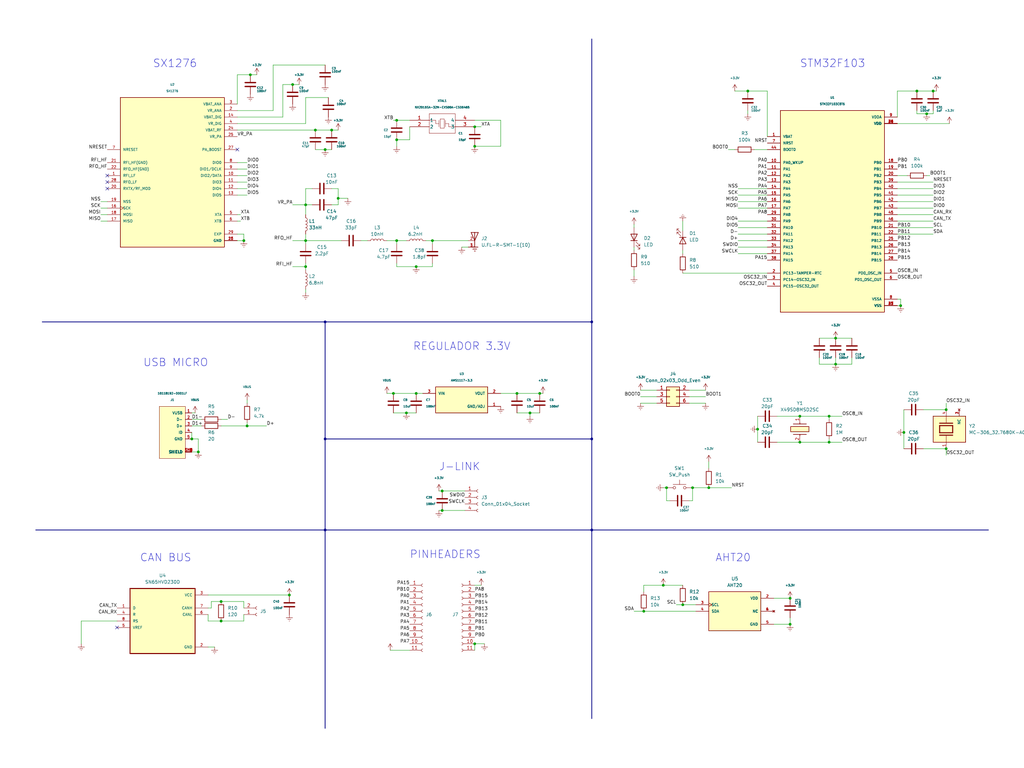
<source format=kicad_sch>
(kicad_sch (version 20230121) (generator eeschema)
  (paper "User" 399.999 299.999)
  (junction (at 364.49 35.56))
  (junction (at 86.36 234.95))
  (junction (at 123.19 50.8))
  (junction (at 158.75 161.29))
  (junction (at 162.56 104.14))
  (junction (at 97.79 29.21))
  (junction (at 132.08 77.47))
  (junction (at 210.82 153.67))
  (junction (at 369.57 160.02))
  (junction (at 172.72 191.77))
  (junction (at 162.56 153.67))
  (junction (at 369.57 175.26))
  (junction (at 292.1 35.56))
  (junction (at 153.67 153.67))
  (junction (at 127 58.42))
  (junction (at 201.93 153.67))
  (junction (at 119.38 104.14))
  (junction (at 231.14 207.01))
  (junction (at 185.42 57.15))
  (junction (at 114.3 33.02))
  (junction (at 276.86 190.5))
  (junction (at 172.72 199.39))
  (junction (at 119.38 93.98))
  (junction (at 77.47 176.53))
  (junction (at 127 207.01))
  (junction (at 358.14 35.56))
  (junction (at 96.52 166.37))
  (junction (at 154.94 54.61))
  (junction (at 231.14 125.73))
  (junction (at 361.95 44.45))
  (junction (at 127 125.73))
  (junction (at 351.79 119.38))
  (junction (at 295.91 167.64))
  (junction (at 259.08 228.6))
  (junction (at 312.42 162.56))
  (junction (at 353.06 168.91))
  (junction (at 119.38 80.01))
  (junction (at 168.91 93.98))
  (junction (at 326.39 132.08))
  (junction (at 312.42 172.72))
  (junction (at 129.54 50.8))
  (junction (at 86.36 242.57))
  (junction (at 74.93 171.45))
  (junction (at 266.7 236.22))
  (junction (at 154.94 93.98))
  (junction (at 207.01 161.29))
  (junction (at 323.85 162.56))
  (junction (at 95.25 93.98))
  (junction (at 185.42 49.53))
  (junction (at 185.42 251.46))
  (junction (at 323.85 172.72))
  (junction (at 113.03 232.41))
  (junction (at 260.35 190.5))
  (junction (at 308.61 233.68))
  (junction (at 251.46 238.76))
  (junction (at 308.61 243.84))
  (junction (at 127 171.45))
  (junction (at 326.39 142.24))
  (junction (at 270.51 190.5))
  (junction (at 154.94 46.99))
  (junction (at 231.14 171.45))
  (no_connect (at 92.71 58.42))
  (no_connect (at 45.72 245.11))
  (no_connect (at 41.91 68.58))
  (no_connect (at 41.91 73.66))
  (no_connect (at 41.91 71.12))
  (wire (pts (xy 332.74 139.7) (xy 332.74 142.24)))
  (wire (pts (xy 369.57 157.48) (xy 369.57 160.02)))
  (wire (pts (xy 185.42 251.46) (xy 189.23 251.46)))
  (wire (pts (xy 266.7 236.22) (xy 271.78 236.22)))
  (wire (pts (xy 260.35 190.5) (xy 260.35 195.58)))
  (bus (pts (xy 16.51 125.73) (xy 127 125.73)))
  (wire (pts (xy 132.08 73.66) (xy 132.08 77.47)))
  (wire (pts (xy 264.16 236.22) (xy 266.7 236.22)))
  (wire (pts (xy 132.08 77.47) (xy 135.89 77.47)))
  (wire (pts (xy 92.71 50.8) (xy 123.19 50.8)))
  (wire (pts (xy 74.93 166.37) (xy 78.74 166.37)))
  (wire (pts (xy 96.52 165.1) (xy 96.52 166.37)))
  (wire (pts (xy 288.29 81.28) (xy 299.72 81.28)))
  (wire (pts (xy 154.94 93.98) (xy 154.94 95.25)))
  (wire (pts (xy 276.86 180.34) (xy 276.86 182.88)))
  (wire (pts (xy 358.14 35.56) (xy 364.49 35.56)))
  (wire (pts (xy 288.29 88.9) (xy 299.72 88.9)))
  (wire (pts (xy 154.94 46.99) (xy 160.02 46.99)))
  (wire (pts (xy 74.93 176.53) (xy 77.47 176.53)))
  (wire (pts (xy 81.28 252.73) (xy 83.82 252.73)))
  (wire (pts (xy 303.53 162.56) (xy 312.42 162.56)))
  (wire (pts (xy 123.19 58.42) (xy 127 58.42)))
  (wire (pts (xy 154.94 104.14) (xy 162.56 104.14)))
  (wire (pts (xy 121.92 73.66) (xy 119.38 73.66)))
  (wire (pts (xy 110.49 33.02) (xy 110.49 45.72)))
  (wire (pts (xy 358.14 43.18) (xy 358.14 44.45)))
  (wire (pts (xy 92.71 68.58) (xy 96.52 68.58)))
  (wire (pts (xy 152.4 254) (xy 160.02 254)))
  (wire (pts (xy 119.38 73.66) (xy 119.38 80.01)))
  (bus (pts (xy 127 207.01) (xy 127 284.48)))
  (wire (pts (xy 119.38 93.98) (xy 133.35 93.98)))
  (wire (pts (xy 251.46 238.76) (xy 271.78 238.76)))
  (wire (pts (xy 250.19 157.48) (xy 256.54 157.48)))
  (wire (pts (xy 74.93 163.83) (xy 78.74 163.83)))
  (wire (pts (xy 276.86 190.5) (xy 285.75 190.5)))
  (wire (pts (xy 95.25 242.57) (xy 86.36 242.57)))
  (wire (pts (xy 95.25 91.44) (xy 95.25 93.98)))
  (bus (pts (xy 127 207.01) (xy 13.97 207.01)))
  (wire (pts (xy 81.28 232.41) (xy 113.03 232.41)))
  (wire (pts (xy 288.29 73.66) (xy 299.72 73.66)))
  (wire (pts (xy 39.37 81.28) (xy 41.91 81.28)))
  (wire (pts (xy 92.71 86.36) (xy 93.98 86.36)))
  (wire (pts (xy 119.38 113.03) (xy 119.38 114.3)))
  (wire (pts (xy 332.74 142.24) (xy 326.39 142.24)))
  (wire (pts (xy 154.94 54.61) (xy 154.94 57.15)))
  (wire (pts (xy 154.94 102.87) (xy 154.94 104.14)))
  (bus (pts (xy 127 125.73) (xy 231.14 125.73)))
  (wire (pts (xy 92.71 45.72) (xy 110.49 45.72)))
  (wire (pts (xy 288.29 91.44) (xy 299.72 91.44)))
  (wire (pts (xy 185.42 46.99) (xy 195.58 46.99)))
  (wire (pts (xy 350.52 76.2) (xy 364.49 76.2)))
  (wire (pts (xy 350.52 116.84) (xy 351.79 116.84)))
  (wire (pts (xy 320.04 132.08) (xy 326.39 132.08)))
  (wire (pts (xy 270.51 190.5) (xy 276.86 190.5)))
  (wire (pts (xy 119.38 95.25) (xy 119.38 93.98)))
  (wire (pts (xy 92.71 29.21) (xy 97.79 29.21)))
  (wire (pts (xy 303.53 172.72) (xy 312.42 172.72)))
  (wire (pts (xy 360.68 175.26) (xy 369.57 175.26)))
  (wire (pts (xy 288.29 93.98) (xy 299.72 93.98)))
  (wire (pts (xy 168.91 95.25) (xy 168.91 93.98)))
  (wire (pts (xy 288.29 78.74) (xy 299.72 78.74)))
  (wire (pts (xy 266.7 106.68) (xy 299.72 106.68)))
  (wire (pts (xy 180.34 96.52) (xy 182.88 96.52)))
  (wire (pts (xy 323.85 171.45) (xy 323.85 172.72)))
  (wire (pts (xy 259.08 190.5) (xy 260.35 190.5)))
  (wire (pts (xy 350.52 81.28) (xy 364.49 81.28)))
  (wire (pts (xy 288.29 99.06) (xy 299.72 99.06)))
  (wire (pts (xy 326.39 132.08) (xy 332.74 132.08)))
  (wire (pts (xy 363.22 68.58) (xy 361.95 68.58)))
  (wire (pts (xy 207.01 161.29) (xy 207.01 162.56)))
  (wire (pts (xy 299.72 35.56) (xy 292.1 35.56)))
  (wire (pts (xy 195.58 46.99) (xy 195.58 57.15)))
  (wire (pts (xy 187.96 49.53) (xy 185.42 49.53)))
  (wire (pts (xy 106.68 25.4) (xy 106.68 43.18)))
  (wire (pts (xy 185.42 228.6) (xy 187.96 228.6)))
  (wire (pts (xy 82.55 237.49) (xy 82.55 234.95)))
  (bus (pts (xy 127 171.45) (xy 231.14 171.45)))
  (wire (pts (xy 292.1 43.18) (xy 292.1 44.45)))
  (wire (pts (xy 81.28 242.57) (xy 86.36 242.57)))
  (wire (pts (xy 92.71 91.44) (xy 95.25 91.44)))
  (wire (pts (xy 92.71 73.66) (xy 96.52 73.66)))
  (wire (pts (xy 92.71 40.64) (xy 92.71 29.21)))
  (wire (pts (xy 312.42 162.56) (xy 323.85 162.56)))
  (wire (pts (xy 270.51 195.58) (xy 269.24 195.58)))
  (wire (pts (xy 350.52 71.12) (xy 364.49 71.12)))
  (wire (pts (xy 308.61 241.3) (xy 308.61 243.84)))
  (wire (pts (xy 326.39 139.7) (xy 326.39 142.24)))
  (wire (pts (xy 123.19 50.8) (xy 129.54 50.8)))
  (wire (pts (xy 172.72 199.39) (xy 181.61 199.39)))
  (bus (pts (xy 127 125.73) (xy 127 171.45)))
  (wire (pts (xy 284.48 58.42) (xy 287.02 58.42)))
  (wire (pts (xy 116.84 33.02) (xy 114.3 33.02)))
  (wire (pts (xy 119.38 104.14) (xy 114.3 104.14)))
  (wire (pts (xy 110.49 33.02) (xy 114.3 33.02)))
  (wire (pts (xy 74.93 171.45) (xy 77.47 171.45)))
  (wire (pts (xy 294.64 58.42) (xy 299.72 58.42)))
  (wire (pts (xy 92.71 76.2) (xy 96.52 76.2)))
  (wire (pts (xy 95.25 234.95) (xy 86.36 234.95)))
  (wire (pts (xy 86.36 163.83) (xy 88.9 163.83)))
  (wire (pts (xy 168.91 93.98) (xy 182.88 93.98)))
  (wire (pts (xy 351.79 116.84) (xy 351.79 119.38)))
  (wire (pts (xy 350.52 83.82) (xy 364.49 83.82)))
  (wire (pts (xy 247.65 96.52) (xy 247.65 97.79)))
  (wire (pts (xy 328.93 162.56) (xy 323.85 162.56)))
  (wire (pts (xy 82.55 234.95) (xy 86.36 234.95)))
  (bus (pts (xy 231.14 15.24) (xy 231.14 125.73)))
  (wire (pts (xy 96.52 156.21) (xy 96.52 157.48)))
  (wire (pts (xy 39.37 86.36) (xy 41.91 86.36)))
  (wire (pts (xy 119.38 80.01) (xy 121.92 80.01)))
  (wire (pts (xy 269.24 152.4) (xy 275.59 152.4)))
  (wire (pts (xy 323.85 163.83) (xy 323.85 162.56)))
  (wire (pts (xy 295.91 167.64) (xy 295.91 172.72)))
  (wire (pts (xy 154.94 93.98) (xy 158.75 93.98)))
  (wire (pts (xy 266.7 86.36) (xy 266.7 90.17)))
  (wire (pts (xy 353.06 168.91) (xy 353.06 175.26)))
  (wire (pts (xy 350.52 45.72) (xy 350.52 35.56)))
  (wire (pts (xy 81.28 237.49) (xy 82.55 237.49)))
  (wire (pts (xy 119.38 93.98) (xy 119.38 91.44)))
  (wire (pts (xy 74.93 161.29) (xy 76.2 161.29)))
  (wire (pts (xy 247.65 105.41) (xy 247.65 107.95)))
  (wire (pts (xy 39.37 83.82) (xy 41.91 83.82)))
  (wire (pts (xy 299.72 53.34) (xy 299.72 35.56)))
  (wire (pts (xy 259.08 228.6) (xy 266.7 228.6)))
  (wire (pts (xy 77.47 171.45) (xy 77.47 176.53)))
  (wire (pts (xy 171.45 199.39) (xy 172.72 199.39)))
  (wire (pts (xy 81.28 240.03) (xy 81.28 242.57)))
  (wire (pts (xy 288.29 76.2) (xy 299.72 76.2)))
  (wire (pts (xy 127 25.4) (xy 106.68 25.4)))
  (wire (pts (xy 168.91 93.98) (xy 166.37 93.98)))
  (wire (pts (xy 92.71 71.12) (xy 96.52 71.12)))
  (wire (pts (xy 269.24 157.48) (xy 275.59 157.48)))
  (wire (pts (xy 358.14 44.45) (xy 361.95 44.45)))
  (wire (pts (xy 119.38 38.1) (xy 119.38 48.26)))
  (wire (pts (xy 160.02 54.61) (xy 154.94 54.61)))
  (wire (pts (xy 114.3 80.01) (xy 119.38 80.01)))
  (wire (pts (xy 260.35 195.58) (xy 261.62 195.58)))
  (wire (pts (xy 350.52 73.66) (xy 364.49 73.66)))
  (wire (pts (xy 250.19 152.4) (xy 256.54 152.4)))
  (wire (pts (xy 354.33 68.58) (xy 350.52 68.58)))
  (bus (pts (xy 127 171.45) (xy 127 207.01)))
  (wire (pts (xy 350.52 35.56) (xy 358.14 35.56)))
  (wire (pts (xy 162.56 153.67) (xy 165.1 153.67)))
  (bus (pts (xy 231.14 125.73) (xy 231.14 171.45)))
  (wire (pts (xy 269.24 154.94) (xy 275.59 154.94)))
  (wire (pts (xy 266.7 97.79) (xy 266.7 99.06)))
  (wire (pts (xy 95.25 240.03) (xy 95.25 242.57)))
  (wire (pts (xy 153.67 161.29) (xy 158.75 161.29)))
  (wire (pts (xy 369.57 175.26) (xy 369.57 177.8)))
  (wire (pts (xy 31.75 242.57) (xy 31.75 251.46)))
  (wire (pts (xy 92.71 66.04) (xy 96.52 66.04)))
  (wire (pts (xy 31.75 242.57) (xy 45.72 242.57)))
  (wire (pts (xy 201.93 161.29) (xy 207.01 161.29)))
  (wire (pts (xy 350.52 91.44) (xy 364.49 91.44)))
  (wire (pts (xy 168.91 104.14) (xy 168.91 102.87)))
  (wire (pts (xy 364.49 35.56) (xy 365.76 35.56)))
  (wire (pts (xy 185.42 251.46) (xy 185.42 254)))
  (wire (pts (xy 195.58 153.67) (xy 201.93 153.67)))
  (wire (pts (xy 350.52 119.38) (xy 351.79 119.38)))
  (wire (pts (xy 74.93 168.91) (xy 74.93 171.45)))
  (wire (pts (xy 119.38 104.14) (xy 119.38 105.41)))
  (wire (pts (xy 129.54 73.66) (xy 132.08 73.66)))
  (wire (pts (xy 158.75 161.29) (xy 162.56 161.29)))
  (wire (pts (xy 132.08 50.8) (xy 129.54 50.8)))
  (wire (pts (xy 151.13 153.67) (xy 153.67 153.67)))
  (wire (pts (xy 162.56 104.14) (xy 168.91 104.14)))
  (bus (pts (xy 127 207.01) (xy 231.14 207.01)))
  (wire (pts (xy 295.91 162.56) (xy 295.91 167.64)))
  (wire (pts (xy 195.58 57.15) (xy 185.42 57.15)))
  (wire (pts (xy 323.85 172.72) (xy 312.42 172.72)))
  (wire (pts (xy 251.46 228.6) (xy 259.08 228.6)))
  (wire (pts (xy 364.49 44.45) (xy 361.95 44.45)))
  (wire (pts (xy 39.37 78.74) (xy 41.91 78.74)))
  (wire (pts (xy 350.52 88.9) (xy 364.49 88.9)))
  (wire (pts (xy 302.26 233.68) (xy 308.61 233.68)))
  (wire (pts (xy 119.38 38.1) (xy 128.27 38.1)))
  (wire (pts (xy 288.29 86.36) (xy 299.72 86.36)))
  (wire (pts (xy 320.04 139.7) (xy 320.04 142.24)))
  (wire (pts (xy 119.38 102.87) (xy 119.38 104.14)))
  (wire (pts (xy 95.25 237.49) (xy 95.25 234.95)))
  (wire (pts (xy 172.72 191.77) (xy 181.61 191.77)))
  (wire (pts (xy 119.38 80.01) (xy 119.38 83.82)))
  (wire (pts (xy 270.51 190.5) (xy 270.51 195.58)))
  (wire (pts (xy 106.68 43.18) (xy 92.71 43.18)))
  (wire (pts (xy 153.67 153.67) (xy 162.56 153.67)))
  (wire (pts (xy 251.46 231.14) (xy 251.46 228.6)))
  (wire (pts (xy 160.02 49.53) (xy 160.02 54.61)))
  (bus (pts (xy 231.14 207.01) (xy 231.14 280.67)))
  (wire (pts (xy 320.04 142.24) (xy 326.39 142.24)))
  (wire (pts (xy 92.71 83.82) (xy 93.98 83.82)))
  (wire (pts (xy 140.97 93.98) (xy 143.51 93.98)))
  (wire (pts (xy 151.13 93.98) (xy 154.94 93.98)))
  (wire (pts (xy 207.01 161.29) (xy 210.82 161.29)))
  (wire (pts (xy 153.67 46.99) (xy 154.94 46.99)))
  (bus (pts (xy 231.14 171.45) (xy 231.14 207.01)))
  (wire (pts (xy 350.52 86.36) (xy 364.49 86.36)))
  (wire (pts (xy 360.68 160.02) (xy 369.57 160.02)))
  (wire (pts (xy 127 58.42) (xy 129.54 58.42)))
  (wire (pts (xy 302.26 243.84) (xy 308.61 243.84)))
  (wire (pts (xy 353.06 160.02) (xy 353.06 168.91)))
  (wire (pts (xy 86.36 166.37) (xy 96.52 166.37)))
  (bus (pts (xy 231.14 207.01) (xy 386.08 207.01)))
  (wire (pts (xy 323.85 172.72) (xy 328.93 172.72)))
  (wire (pts (xy 287.02 35.56) (xy 292.1 35.56)))
  (wire (pts (xy 114.3 93.98) (xy 119.38 93.98)))
  (wire (pts (xy 132.08 77.47) (xy 132.08 80.01)))
  (wire (pts (xy 247.65 87.63) (xy 247.65 88.9)))
  (wire (pts (xy 92.71 48.26) (xy 119.38 48.26)))
  (wire (pts (xy 350.52 78.74) (xy 364.49 78.74)))
  (wire (pts (xy 210.82 153.67) (xy 212.09 153.67)))
  (wire (pts (xy 97.79 29.21) (xy 100.33 29.21)))
  (wire (pts (xy 288.29 96.52) (xy 299.72 96.52)))
  (wire (pts (xy 350.52 48.26) (xy 370.84 48.26)))
  (wire (pts (xy 201.93 153.67) (xy 210.82 153.67)))
  (wire (pts (xy 364.49 43.18) (xy 364.49 44.45)))
  (wire (pts (xy 96.52 166.37) (xy 104.14 166.37)))
  (wire (pts (xy 247.65 238.76) (xy 251.46 238.76)))
  (wire (pts (xy 92.71 93.98) (xy 95.25 93.98)))
  (wire (pts (xy 92.71 63.5) (xy 96.52 63.5)))
  (wire (pts (xy 171.45 191.77) (xy 172.72 191.77)))
  (wire (pts (xy 132.08 80.01) (xy 129.54 80.01)))
  (wire (pts (xy 250.19 154.94) (xy 256.54 154.94)))
  (text "USB MICRO" (at 55.88 143.51 0) (effects (font (size 3 3)) (justify left bottom)))
  (text "CAN BUS" (at 54.61 219.71 0) (effects (font (size 3 3)) (justify left bottom)))
  (text "PINHEADERS" (at 160.02 218.44 0) (effects (font (size 3 3)) (justify left bottom)))
  (text "J-LINK" (at 171.45 184.15 0) (effects (font (size 3 3)) (justify left bottom)))
  (text "SX1276" (at 59.69 26.67 0) (effects (font (size 3 3)) (justify left bottom)))
  (text "REGULADOR 3.3V" (at 161.29 137.16 0) (effects (font (size 3 3)) (justify left bottom)))
  (text "AHT20" (at 279.4 219.71 0) (effects (font (size 3 3)) (justify left bottom)))
  (text "STM32F103" (at 312.42 26.67 0) (effects (font (size 3 3)) (justify left bottom)))
  (label "PB14" (at 185.42 236.22 0))
  (label "VR_PA" (at 114.3 80.01 180))
  (label "SWDIO" (at 181.61 194.31 180))
  (label "DIO0" (at 364.49 81.28 0))
  (label "RFI_HF" (at 114.3 104.14 180))
  (label "PA7" (at 299.72 81.28 180))
  (label "PB14" (at 350.52 99.06 0))
  (label "CAN_RX" (at 45.72 240.03 180))
  (label "PB0" (at 350.52 63.5 0))
  (label "SCL" (at 364.49 88.9 0))
  (label "PB13" (at 350.52 96.52 0))
  (label "PA8" (at 299.72 83.82 180))
  (label "CAN_TX" (at 45.72 237.49 180))
  (label "DIO0" (at 96.52 63.5 0))
  (label "CAN_RX" (at 364.49 83.82 0))
  (label "PA15" (at 160.02 228.6 180))
  (label "RFO_HF" (at 114.3 93.98 180))
  (label "DIO3" (at 364.49 73.66 0))
  (label "PB12" (at 185.42 241.3 0))
  (label "PA4" (at 299.72 73.66 180))
  (label "D1+" (at 74.93 166.37 0))
  (label "D+" (at 104.14 166.37 0))
  (label "NRST" (at 285.75 190.5 0))
  (label "PB13" (at 185.42 238.76 0))
  (label "OSC32_IN" (at 299.72 109.22 180))
  (label "PB11" (at 185.42 243.84 0))
  (label "OSC32_OUT" (at 299.72 111.76 180))
  (label "PB10" (at 160.02 231.14 180))
  (label "OSC8_IN" (at 328.93 162.56 0))
  (label "XTA" (at 187.96 49.53 0))
  (label "PA4" (at 160.02 243.84 180))
  (label "PA6" (at 160.02 248.92 180))
  (label "SWDIO" (at 288.29 96.52 180))
  (label "PB15" (at 185.42 233.68 0))
  (label "PB12" (at 350.52 93.98 0))
  (label "OSC8_OUT" (at 328.93 172.72 0))
  (label "DIO4" (at 96.52 73.66 0))
  (label "SDA" (at 247.65 238.76 180))
  (label "DIO1" (at 364.49 78.74 0))
  (label "VR_PA" (at 92.71 53.34 0))
  (label "XTB" (at 93.98 86.36 0))
  (label "PA7" (at 160.02 251.46 180))
  (label "BOOT0" (at 284.48 58.42 180))
  (label "PB11" (at 350.52 91.44 0))
  (label "XTA" (at 93.98 83.82 0))
  (label "PA15" (at 299.72 101.6 180))
  (label "PA0" (at 299.72 63.5 180))
  (label "PB15" (at 350.52 101.6 0))
  (label "SCK" (at 288.29 76.2 180))
  (label "DIO3" (at 96.52 71.12 0))
  (label "SCL" (at 264.16 236.22 180))
  (label "SWCLK" (at 288.29 99.06 180))
  (label "BOOT0" (at 250.19 154.94 180))
  (label "D-" (at 288.29 91.44 180))
  (label "PA8" (at 185.42 231.14 0))
  (label "BOOT1" (at 363.22 68.58 0))
  (label "PB1" (at 185.42 246.38 0))
  (label "OSC32_OUT" (at 369.57 177.8 0))
  (label "XTB" (at 153.67 46.99 180))
  (label "NRESET" (at 41.91 58.42 180))
  (label "PA1" (at 299.72 66.04 180))
  (label "DIO5" (at 96.52 76.2 0))
  (label "DIO5" (at 288.29 88.9 180))
  (label "DIO4" (at 288.29 86.36 180))
  (label "SCK" (at 39.37 81.28 180))
  (label "MOSI" (at 288.29 81.28 180))
  (label "NRESET" (at 364.49 71.12 0))
  (label "NRST" (at 299.72 55.88 180))
  (label "PA5" (at 299.72 76.2 180))
  (label "CAN_TX" (at 364.49 86.36 0))
  (label "MISO" (at 39.37 86.36 180))
  (label "OSC8_OUT" (at 350.52 109.22 0))
  (label "RFI_HF" (at 41.91 63.5 180))
  (label "PB1" (at 350.52 66.04 0))
  (label "D-" (at 88.9 163.83 0))
  (label "MISO" (at 288.29 78.74 180))
  (label "OSC8_IN" (at 350.52 106.68 0))
  (label "DIO2" (at 364.49 76.2 0))
  (label "PA2" (at 299.72 68.58 180))
  (label "BOOT1" (at 275.59 154.94 0))
  (label "PA2" (at 160.02 238.76 180))
  (label "PA3" (at 299.72 71.12 180))
  (label "SDA" (at 364.49 91.44 0))
  (label "OSC32_IN" (at 369.57 157.48 0))
  (label "SWCLK" (at 181.61 196.85 180))
  (label "NSS" (at 288.29 73.66 180))
  (label "PA1" (at 160.02 236.22 180))
  (label "MOSI" (at 39.37 83.82 180))
  (label "PB10" (at 350.52 88.9 0))
  (label "DIO1" (at 96.52 66.04 0))
  (label "NSS" (at 39.37 78.74 180))
  (label "D1-" (at 74.93 163.83 0))
  (label "PA0" (at 160.02 233.68 180))
  (label "D+" (at 288.29 93.98 180))
  (label "RFO_HF" (at 41.91 66.04 180))
  (label "PA3" (at 160.02 241.3 180))
  (label "PB0" (at 185.42 248.92 0))
  (label "DIO2" (at 96.52 68.58 0))
  (label "PA6" (at 299.72 78.74 180))
  (label "PA5" (at 160.02 246.38 180))
  (symbol (lib_id "power:Earth") (at 351.79 119.38 0) (unit 1)
    (property "Reference" "#PWR025" (effects hide))
    (property "Value" "Earth" (effects hide))
  )
  (symbol (lib_id "Device:R") (at 96.52 161.29 0) (unit 1)
    (property "Reference" "R7" (at 99.06 160.02 0) (effects (justify left)))
    (property "Value" "4.7k" (at 99.06 162.56 0) (effects (justify left)))
    (property "Footprint" "Resistor_SMD:R_0402_1005Metric" (effects hide))
    (property "LCSC PART NUMBER" "C525524" (effects hide))
  )
  (symbol (lib_id "power:Earth") (at 154.94 57.15 0) (unit 1)
    (property "Reference" "#PWR01" (effects hide))
    (property "Value" "Earth" (effects hide))
  )
  (symbol (lib_id "Device:C") (at 97.79 33.02 180) (unit 1)
    (property "Reference" "C12" (at 100.33 34.29 0) (effects (font (size 0.8 0.8)) (justify right)))
    (property "Value" "100nF" (at 100.33 35.56 0) (effects (font (size 0.8 0.8)) (justify right)))
    (property "Footprint" "Capacitor_SMD:C_0402_1005Metric" (effects hide))
    (property "LCSC PART NUMBER" "C163180" (effects hide))
  )
  (symbol (lib_id "Device:R") (at 290.83 58.42 90) (unit 1)
    (property "Reference" "R3" (at 290.83 52.07 90))
    (property "Value" "100k" (at 290.83 54.61 90))
    (property "Footprint" "Resistor_SMD:R_0402_1005Metric" (effects hide))
    (property "LCSC PART NUMBER" "C431822" (effects hide))
  )
  (symbol (lib_id "AMS1117-3.3:AMS1117-3.3") (at 180.34 156.21 0) (unit 1)
    (property "Reference" "U3" (at 180.34 146.05 0) (effects (font (size 0.8 0.8))))
    (property "Value" "AMS1117-3.3" (at 180.34 148.59 0) (effects (font (size 0.8 0.8))))
    (property "Footprint" "AMS1117-3.3:SOT229P700X180-4N" (effects hide))
    (property "MAXIMUM_PACKAGE_HEIGHT" "1.8 mm" (effects hide))
    (property "STANDARD" "IPC 7351B" (effects hide))
    (property "PARTREV" "N/A" (effects hide))
    (property "SNAPEDA_PACKAGE_ID" "71280" (effects hide))
    (property "MANUFACTURER" "Advanced Monolithic Systems" (effects hide))
    (property "SNAPEDA_PN" "AMS1117-3.3" (effects hide))
    (property "LCSC PART NUMBER" "C5199435" (effects hide))
  )
  (symbol (lib_id "Device:C") (at 185.42 53.34 0) (unit 1)
    (property "Reference" "C1" (at 179.07 52.07 0) (effects (font (size 0.8 0.8)) (justify left)))
    (property "Value" "15pF" (at 179.07 54.61 0) (effects (font (size 0.8 0.8)) (justify left)))
    (property "Footprint" "Capacitor_SMD:C_0402_1005Metric" (effects hide))
    (property "LCSC PART NUMBER" "C2880416" (effects hide))
  )
  (symbol (lib_id "power:+3.3V") (at 100.33 29.21 0) (unit 1)
    (property "Reference" "#PWR017" (effects hide))
    (property "Value" "+3.3V" (at 100.33 25.4 0) (effects (font (size 0.8 0.8))))
  )
  (symbol (lib_id "power:Earth") (at 195.58 158.75 0) (unit 1)
    (property "Reference" "#PWR05" (effects hide))
    (property "Value" "Earth" (effects hide))
  )
  (symbol (lib_id "Device:C") (at 114.3 36.83 180) (unit 1)
    (property "Reference" "C9" (at 116.84 34.29 0) (effects (font (size 0.8 0.8)) (justify right)))
    (property "Value" "100nF" (at 116.84 35.56 0) (effects (font (size 0.8 0.8)) (justify right)))
    (property "Footprint" "Capacitor_SMD:C_0402_1005Metric" (effects hide))
    (property "LCSC PART NUMBER" "C163180" (effects hide))
  )
  (symbol (lib_id "Device:C") (at 210.82 157.48 0) (unit 1)
    (property "Reference" "C6" (at 214.63 156.21 0) (effects (font (size 0.8 0.8)) (justify left)))
    (property "Value" "100nF" (at 214.63 158.75 0) (effects (font (size 0.8 0.8)) (justify left)))
    (property "Footprint" "Capacitor_SMD:C_0402_1005Metric" (effects hide))
    (property "LCSC PART NUMBER" "C163180" (effects hide))
  )
  (symbol (lib_id "power:Earth") (at 31.75 251.46 0) (unit 1)
    (property "Reference" "#PWR048" (effects hide))
    (property "Value" "Earth" (effects hide))
  )
  (symbol (lib_id "U.FL-R-SMT-1_10_:U.FL-R-SMT-1(10)") (at 185.42 93.98 0) (unit 1)
    (property "Reference" "J2" (at 187.96 93.1545 0) (effects (justify left)))
    (property "Value" "U.FL-R-SMT-1(10)" (at 187.96 95.6945 0) (effects (justify left)))
    (property "Footprint" "U.FL-R-SMT-1_10_:HRS_U.FL-R-SMT-1(10)" (effects hide))
    (property "DESCRIPTION" "U.FL Series 6 Ghz 50 Ohm Ultra-small SMT Coaxial Cable Receptacle" (effects hide))
    (property "PACKAGE" "None" (effects hide))
    (property "PRICE" "0.71 USD" (effects hide))
    (property "STANDARD" "Manufacturer Recommendation" (effects hide))
    (property "MP" "U.FL-R-SMT-1_10_" (effects hide))
    (property "AVAILABILITY" "Good" (effects hide))
    (property "MANUFACTURER" "Hirose" (effects hide))
    (property "LCSC PART NUMBER" "C88374" (effects hide))
  )
  (symbol (lib_id "power:Earth") (at 308.61 243.84 0) (unit 1)
    (property "Reference" "#PWR053" (effects hide))
    (property "Value" "Earth" (effects hide))
  )
  (symbol (lib_id "power:Earth") (at 189.23 251.46 0) (unit 1)
    (property "Reference" "#PWR050" (effects hide))
    (property "Value" "Earth" (effects hide))
  )
  (symbol (lib_id "power:Earth") (at 77.47 176.53 0) (unit 1)
    (property "Reference" "#PWR018" (effects hide))
    (property "Value" "Earth" (effects hide))
  )
  (symbol (lib_id "Device:C") (at 119.38 99.06 180) (unit 1)
    (property "Reference" "C15" (at 125.73 96.52 0))
    (property "Value" "2.2pF" (at 125.73 99.06 0))
    (property "Footprint" "Capacitor_SMD:C_0402_1005Metric" (effects hide))
    (property "LCSC PART NUMBER" "C123473" (effects hide))
  )
  (symbol (lib_id "power:Earth") (at 97.79 36.83 0) (unit 1)
    (property "Reference" "#PWR016" (effects hide))
    (property "Value" "Earth" (effects hide))
  )
  (symbol (lib_id "Device:C") (at 137.16 93.98 270) (unit 1)
    (property "Reference" "C16" (at 137.16 86.36 90))
    (property "Value" "33pF" (at 137.16 88.9 90))
    (property "Footprint" "Capacitor_SMD:C_0402_1005Metric" (effects hide))
    (property "LCSC PART NUMBER" "C382724" (effects hide))
  )
  (symbol (lib_id "power:+3.3V") (at 187.96 228.6 0) (unit 1)
    (property "Reference" "#PWR049" (effects hide))
    (property "Value" "+3.3V" (at 187.96 223.52 0) (effects (font (size 0.8 0.8))))
  )
  (symbol (lib_id "power:Earth") (at 259.08 190.5 270) (unit 1)
    (property "Reference" "#PWR036" (effects hide))
    (property "Value" "Earth" (effects hide))
  )
  (symbol (lib_id "X49SD8MSD2SC:X49SD8MSD2SC") (at 312.42 172.72 90) (unit 1)
    (property "Reference" "Y1" (at 311.15 157.48 90) (effects (justify right)))
    (property "Value" "X49SD8MSD2SC" (at 304.8 160.02 90) (effects (justify right)))
    (property "Footprint" "LIB_X49SD8MSD2SC:X49SD8MSD2SC" (effects hide))
    (property "Datasheet" "https://datasheet.lcsc.com/szlcsc/Yangxing-Tech-X49SD8MSD2SC_C21263.pdf" (effects hide))
    (property "Height" "3.68" (effects hide))
    (property "Manufacturer_Name" "Yangxing Tech" (effects hide))
    (property "Manufacturer_Part_Number" "X49SD8MSD2SC" (effects hide))
    (property "LCSC PART NUMBER" "C21263" (effects hide))
  )
  (symbol (lib_id "power:Earth") (at 207.01 162.56 0) (unit 1)
    (property "Reference" "#PWR06" (effects hide))
    (property "Value" "Earth" (effects hide))
  )
  (symbol (lib_id "power:+3.3V") (at 287.02 35.56 0) (unit 1)
    (property "Reference" "#PWR029" (effects hide))
    (property "Value" "+3.3V" (at 287.02 30.48 0) (effects (font (size 0.8 0.8))))
  )
  (symbol (lib_id "Device:C") (at 162.56 157.48 0) (unit 1)
    (property "Reference" "C7" (at 166.37 156.21 0) (effects (font (size 0.8 0.8)) (justify left)))
    (property "Value" "100nF" (at 166.37 158.75 0) (effects (font (size 0.8 0.8)) (justify left)))
    (property "Footprint" "Capacitor_SMD:C_0402_1005Metric" (effects hide))
    (property "LCSC PART NUMBER" "C163180" (effects hide))
  )
  (symbol (lib_id "Device:C") (at 113.03 236.22 0) (unit 1)
    (property "Reference" "C40" (at 106.68 234.95 0) (effects (font (size 0.8 0.8)) (justify left)))
    (property "Value" "100nF" (at 106.68 237.49 0) (effects (font (size 0.8 0.8)) (justify left)))
    (property "Footprint" "Capacitor_SMD:C_0402_1005Metric" (effects hide))
    (property "LCSC PART NUMBER" "C163180" (effects hide))
  )
  (symbol (lib_id "Device:C") (at 364.49 39.37 0) (unit 1)
    (property "Reference" "C31" (at 365.76 41.91 0) (effects (font (size 0.8 0.8)) (justify left)))
    (property "Value" "1uF" (at 365.76 43.18 0) (effects (font (size 0.8 0.8)) (justify left)))
    (property "Footprint" "Capacitor_SMD:C_0402_1005Metric" (effects hide))
    (property "LCSC PART NUMBER" "C162154" (effects hide))
  )
  (symbol (lib_id "Device:C") (at 299.72 172.72 90) (unit 1)
    (property "Reference" "C34" (at 299.72 166.37 90))
    (property "Value" "20pF" (at 299.72 168.91 90))
    (property "Footprint" "Capacitor_SMD:C_0402_1005Metric" (effects hide))
    (property "LCSC PART NUMBER" "C778217" (effects hide))
  )
  (symbol (lib_id "power:VBUS") (at 151.13 153.67 0) (unit 1)
    (property "Reference" "#PWR08" (effects hide))
    (property "Value" "VBUS" (at 151.13 148.59 0) (effects (font (size 0.8 0.8))))
  )
  (symbol (lib_id "Connector:Conn_01x11_Socket") (at 165.1 241.3 0) (unit 1)
    (property "Reference" "J6" (at 166.37 240.03 0) (effects (justify left)))
    (property "Value" "Conn_01x11_Socket" (effects hide))
    (property "Footprint" "Connector_PinHeader_2.54mm:PinHeader_1x11_P2.54mm_Vertical" (effects hide))
    (property "LCSC PART NUMBER" "C2902694" (effects hide))
  )
  (symbol (lib_id "Device:R") (at 266.7 102.87 0) (unit 1)
    (property "Reference" "R8" (at 269.24 101.6 0) (effects (justify left)))
    (property "Value" "510" (at 269.24 104.14 0) (effects (justify left)))
    (property "Footprint" "Resistor_SMD:R_0402_1005Metric" (effects hide))
    (property "LCSC PART NUMBER" "C208903" (effects hide))
  )
  (symbol (lib_id "Device:C") (at 123.19 54.61 180) (unit 1)
    (property "Reference" "C11" (at 119.38 55.88 0) (effects (font (size 0.8 0.8))))
    (property "Value" "47pF" (at 119.38 57.15 0) (effects (font (size 0.8 0.8))))
    (property "Footprint" "Capacitor_SMD:C_0402_1005Metric" (effects hide))
    (property "LCSC PART NUMBER" "C525215" (effects hide))
  )
  (symbol (lib_id "Device:C") (at 154.94 50.8 0) (unit 1)
    (property "Reference" "C2" (at 149.86 50.8 0) (effects (font (size 0.8 0.8)) (justify left)))
    (property "Value" "15pF" (at 149.86 53.34 0) (effects (font (size 0.8 0.8)) (justify left)))
    (property "Footprint" "Capacitor_SMD:C_0402_1005Metric" (effects hide))
    (property "LCSC PART NUMBER" "C2880416" (effects hide))
  )
  (symbol (lib_id "Device:C") (at 308.61 237.49 180) (unit 1)
    (property "Reference" "C21" (at 311.15 233.68 90) (effects (font (size 0.8 0.8)) (justify left)))
    (property "Value" "100nF" (at 312.42 233.68 90) (effects (font (size 0.8 0.8)) (justify left)))
    (property "Footprint" "Capacitor_SMD:C_0402_1005Metric" (effects hide))
    (property "LCSC PART NUMBER" "C163180" (effects hide))
  )
  (symbol (lib_id "SX1276:SX1276") (at 67.31 66.04 0) (unit 1)
    (property "Reference" "U2" (at 67.31 33.02 0) (effects (font (size 0.8 0.8))))
    (property "Value" "SX1276" (at 67.31 35.56 0) (effects (font (size 0.8 0.8))))
    (property "Footprint" "SX1276:QFN65P600X600X100-29N" (effects hide))
    (property "PARTREV" "6" (effects hide))
    (property "MANUFACTURER" "Semtech" (effects hide))
    (property "MAXIMUM_PACKAGE_HEIGHT" "1.00 mm" (effects hide))
    (property "STANDARD" "IPC 7351B" (effects hide))
    (property "LCSC PART NUMBER" "C80171" (effects hide))
  )
  (symbol (lib_id "power:Earth") (at 114.3 40.64 0) (unit 1)
    (property "Reference" "#PWR011" (effects hide))
    (property "Value" "Earth" (effects hide))
  )
  (symbol (lib_id "power:Earth") (at 162.56 104.14 0) (unit 1)
    (property "Reference" "#PWR021" (effects hide))
    (property "Value" "Earth" (effects hide))
  )
  (symbol (lib_id "power:VBUS") (at 96.52 156.21 0) (unit 1)
    (property "Reference" "#PWR033" (effects hide))
    (property "Value" "VBUS" (at 96.52 151.13 0) (effects (font (size 0.8 0.8))))
  )
  (symbol (lib_id "Connector:Conn_01x11_Socket") (at 180.34 241.3 0) (mirror y) (unit 1)
    (property "Reference" "J7" (at 179.07 240.03 0) (effects (justify left)))
    (property "Value" "Conn_01x11_Socket" (effects hide))
    (property "Footprint" "Connector_PinHeader_2.54mm:PinHeader_1x11_P2.54mm_Vertical" (effects hide))
    (property "LCSC PART NUMBER" "C2902694" (effects hide))
  )
  (symbol (lib_id "power:+3.3V") (at 132.08 50.8 0) (unit 1)
    (property "Reference" "#PWR013" (effects hide))
    (property "Value" "+3.3V" (at 132.08 46.99 0) (effects (font (size 0.8 0.8))))
  )
  (symbol (lib_id "Device:R") (at 247.65 101.6 0) (unit 1)
    (property "Reference" "R9" (at 250.19 100.33 0) (effects (justify left)))
    (property "Value" "510" (at 250.19 102.87 0) (effects (justify left)))
    (property "Footprint" "Resistor_SMD:R_0402_1005Metric" (effects hide))
    (property "LCSC PART NUMBER" "C208903" (effects hide))
  )
  (symbol (lib_id "Device:C") (at 292.1 39.37 0) (unit 1)
    (property "Reference" "C32" (at 293.37 41.91 0) (effects (font (size 0.8 0.8)) (justify left)))
    (property "Value" "100nF" (at 293.37 43.18 0) (effects (font (size 0.8 0.8)) (justify left)))
    (property "Footprint" "Capacitor_SMD:C_0402_1005Metric" (effects hide))
    (property "LCSC PART NUMBER" "C163180" (effects hide))
  )
  (symbol (lib_id "Device:R") (at 358.14 68.58 90) (unit 1)
    (property "Reference" "R4" (at 358.14 62.23 90))
    (property "Value" "100k" (at 358.14 64.77 90))
    (property "Footprint" "Resistor_SMD:R_0402_1005Metric" (effects hide))
    (property "LCSC PART NUMBER" "C431822" (effects hide))
  )
  (symbol (lib_id "Device:L") (at 119.38 87.63 0) (unit 1)
    (property "Reference" "L1" (at 120.65 86.36 0) (effects (justify left)))
    (property "Value" "33nH" (at 120.65 88.9 0) (effects (justify left)))
    (property "Footprint" "Inductor_SMD:L_0402_1005Metric" (effects hide))
    (property "LCSC PART NUMBER" "C2757905" (effects hide))
  )
  (symbol (lib_id "power:Earth") (at 185.42 57.15 0) (unit 1)
    (property "Reference" "#PWR02" (effects hide))
    (property "Value" "Earth" (effects hide))
  )
  (symbol (lib_id "Device:C") (at 356.87 175.26 90) (unit 1)
    (property "Reference" "C36" (at 356.87 168.91 90))
    (property "Value" "20pF" (at 356.87 171.45 90))
    (property "Footprint" "Capacitor_SMD:C_0402_1005Metric" (effects hide))
    (property "LCSC PART NUMBER" "C778217" (effects hide))
  )
  (symbol (lib_id "power:+3.3V") (at 250.19 152.4 0) (unit 1)
    (property "Reference" "#PWR039" (effects hide))
    (property "Value" "+3.3V" (at 250.19 147.32 0) (effects (font (size 0.8 0.8))))
  )
  (symbol (lib_id "Device:C") (at 332.74 135.89 0) (unit 1)
    (property "Reference" "C18" (at 334.01 138.43 0) (effects (font (size 0.8 0.8)) (justify left)))
    (property "Value" "100nF" (at 334.01 139.7 0) (effects (font (size 0.8 0.8)) (justify left)))
    (property "Footprint" "Capacitor_SMD:C_0402_1005Metric" (effects hide))
    (property "LCSC PART NUMBER" "C163180" (effects hide))
  )
  (symbol (lib_id "Device:C") (at 129.54 54.61 180) (unit 1)
    (property "Reference" "C10" (at 133.35 55.88 0) (effects (font (size 0.8 0.8))))
    (property "Value" "100nF" (at 133.35 57.15 0) (effects (font (size 0.8 0.8))))
    (property "Footprint" "Capacitor_SMD:C_0402_1005Metric" (effects hide))
    (property "LCSC PART NUMBER" "C163180" (effects hide))
  )
  (symbol (lib_id "power:Earth") (at 119.38 114.3 0) (unit 1)
    (property "Reference" "#PWR020" (effects hide))
    (property "Value" "Earth" (effects hide))
  )
  (symbol (lib_id "Device:R") (at 82.55 166.37 90) (unit 1)
    (property "Reference" "R6" (at 82.55 168.91 90))
    (property "Value" "20" (at 82.55 171.45 90))
    (property "Footprint" "Resistor_SMD:R_0402_1005Metric" (effects hide))
    (property "LCSC PART NUMBER" "C102873" (effects hide))
  )
  (symbol (lib_id "power:Earth") (at 127 33.02 0) (unit 1)
    (property "Reference" "#PWR03" (effects hide))
    (property "Value" "Earth" (effects hide))
  )
  (symbol (lib_id "Device:C") (at 168.91 99.06 0) (unit 1)
    (property "Reference" "C38" (at 163.83 97.79 0))
    (property "Value" "1.8pF" (at 163.83 100.33 0))
    (property "Footprint" "Capacitor_SMD:C_0402_1005Metric" (effects hide))
    (property "LCSC PART NUMBER" "C147346" (effects hide))
  )
  (symbol (lib_id "Connector:Conn_01x04_Socket") (at 186.69 194.31 0) (unit 1)
    (property "Reference" "J3" (at 187.96 194.31 0) (effects (justify left)))
    (property "Value" "Conn_01x04_Socket" (at 187.96 196.85 0) (effects (justify left)))
    (property "Footprint" "Connector_PinHeader_2.54mm:PinHeader_1x04_P2.54mm_Vertical" (effects hide))
    (property "LCSC PART NUMBER" "C390680" (effects hide))
  )
  (symbol (lib_id "power:+3.3V") (at 308.61 233.68 0) (unit 1)
    (property "Reference" "#PWR052" (effects hide))
    (property "Value" "+3.3V" (at 308.61 228.6 0) (effects (font (size 0.8 0.8))))
  )
  (symbol (lib_id "power:Earth") (at 113.03 240.03 0) (unit 1)
    (property "Reference" "#PWR047" (effects hide))
    (property "Value" "Earth" (effects hide))
  )
  (symbol (lib_id "power:Earth") (at 180.34 96.52 0) (unit 1)
    (property "Reference" "#PWR037" (effects hide))
    (property "Value" "Earth" (effects hide))
  )
  (symbol (lib_id "Device:C") (at 299.72 162.56 90) (unit 1)
    (property "Reference" "C33" (at 299.72 156.21 90))
    (property "Value" "20pF" (at 299.72 158.75 90))
    (property "Footprint" "Capacitor_SMD:C_0402_1005Metric" (effects hide))
    (property "LCSC PART NUMBER" "C778217" (effects hide))
  )
  (symbol (lib_id "Device:L") (at 119.38 109.22 0) (unit 1)
    (property "Reference" "L2" (at 120.65 107.95 0) (effects (justify left)))
    (property "Value" "6.8nH" (at 120.65 110.49 0) (effects (justify left)))
    (property "Footprint" "Inductor_SMD:L_0402_1005Metric" (effects hide))
    (property "LCSC PART NUMBER" "C114783" (effects hide))
  )
  (symbol (lib_id "power:+3.3V") (at 171.45 191.77 0) (unit 1)
    (property "Reference" "#PWR034" (effects hide))
    (property "Value" "+3.3V" (at 171.45 186.69 0) (effects (font (size 0.8 0.8))))
  )
  (symbol (lib_id "power:+3.3V") (at 370.84 48.26 0) (unit 1)
    (property "Reference" "#PWR024" (effects hide))
    (property "Value" "+3.3V" (at 370.84 43.18 0) (effects (font (size 0.8 0.8))))
  )
  (symbol (lib_id "Device:LED") (at 247.65 92.71 90) (unit 1)
    (property "Reference" "D2" (at 251.46 93.0275 90) (effects (justify right)))
    (property "Value" "LED" (at 251.46 95.5675 90) (effects (justify right)))
    (property "Footprint" "LED_SMD:LED_1206_3216Metric" (effects hide))
    (property "LCSC PART NUMBER" "C965822" (effects hide))
  )
  (symbol (lib_id "Device:C") (at 358.14 39.37 0) (unit 1)
    (property "Reference" "C30" (at 359.41 41.91 0) (effects (font (size 0.8 0.8)) (justify left)))
    (property "Value" "100nF" (at 359.41 43.18 0) (effects (font (size 0.8 0.8)) (justify left)))
    (property "Footprint" "Capacitor_SMD:C_0402_1005Metric" (effects hide))
    (property "LCSC PART NUMBER" "C163180" (effects hide))
  )
  (symbol (lib_id "power:Earth") (at 128.27 45.72 0) (unit 1)
    (property "Reference" "#PWR010" (effects hide))
    (property "Value" "Earth" (effects hide))
  )
  (symbol (lib_id "Device:C") (at 125.73 73.66 90) (unit 1)
    (property "Reference" "C13" (at 129.54 68.58 90))
    (property "Value" "10nF" (at 129.54 71.12 90))
    (property "Footprint" "Capacitor_SMD:C_0402_1005Metric" (effects hide))
    (property "LCSC PART NUMBER" "C466608" (effects hide))
  )
  (symbol (lib_id "Device:R") (at 323.85 167.64 0) (unit 1)
    (property "Reference" "R2" (at 326.39 166.37 0) (effects (justify left)))
    (property "Value" "1M" (at 326.39 168.91 0) (effects (justify left)))
    (property "Footprint" "Resistor_SMD:R_0402_1005Metric" (effects hide))
    (property "LCSC PART NUMBER" "C323689" (effects hide))
  )
  (symbol (lib_id "Device:C") (at 125.73 80.01 90) (unit 1)
    (property "Reference" "C14" (at 129.54 82.55 90))
    (property "Value" "47pF" (at 129.54 85.09 90))
    (property "Footprint" "Capacitor_SMD:C_0402_1005Metric" (effects hide))
    (property "LCSC PART NUMBER" "C525215" (effects hide))
  )
  (symbol (lib_id "power:+3.3V") (at 259.08 228.6 0) (unit 1)
    (property "Reference" "#PWR054" (effects hide))
    (property "Value" "+3.3V" (at 259.08 223.52 0) (effects (font (size 0.8 0.8))))
  )
  (symbol (lib_id "power:Earth") (at 250.19 157.48 0) (unit 1)
    (property "Reference" "#PWR040" (effects hide))
    (property "Value" "Earth" (effects hide))
  )
  (symbol (lib_id "Device:R") (at 276.86 186.69 180) (unit 1)
    (property "Reference" "R1" (at 279.4 185.42 0) (effects (justify right)))
    (property "Value" "10k" (at 279.4 187.96 0) (effects (justify right)))
    (property "Footprint" "Resistor_SMD:R_0402_1005Metric" (effects hide))
    (property "LCSC PART NUMBER" "C100196" (effects hide))
  )
  (symbol (lib_id "Device:L") (at 162.56 93.98 90) (unit 1)
    (property "Reference" "L4" (at 163.83 88.9 90) (effects (justify left)))
    (property "Value" "6.2nH" (at 165.1 91.44 90) (effects (justify left)))
    (property "Footprint" "Inductor_SMD:L_0402_1005Metric" (effects hide))
    (property "LCSC PART NUMBER" "C5137258" (effects hide))
  )
  (symbol (lib_id "Device:R") (at 82.55 163.83 90) (unit 1)
    (property "Reference" "R5" (at 82.55 158.75 90))
    (property "Value" "20" (at 82.55 161.29 90))
    (property "Footprint" "Resistor_SMD:R_0402_1005Metric" (effects hide))
    (property "LCSC PART NUMBER" "C102873" (effects hide))
  )
  (symbol (lib_id "AHT20:AHT20") (at 287.02 238.76 0) (unit 1)
    (property "Reference" "U5" (at 287.02 226.06 0))
    (property "Value" "AHT20" (at 287.02 228.6 0))
    (property "Footprint" "AHT20:PSON100P300X300X110-6N" (effects hide))
    (property "PARTREV" "V1.0" (effects hide))
    (property "STANDARD" "IPC 7351B" (effects hide))
    (property "MAXIMUM_PACKAGE_HEIGHT" "1.1mm" (effects hide))
    (property "MANUFACTURER" "Asair" (effects hide))
    (property "LCSC PART NUMBER" "C2757850" (effects hide))
  )
  (symbol (lib_id "power:+3.3V") (at 326.39 132.08 0) (unit 1)
    (property "Reference" "#PWR023" (effects hide))
    (property "Value" "+3.3V" (at 326.39 127 0) (effects (font (size 0.8 0.8))))
  )
  (symbol (lib_id "Device:C") (at 265.43 195.58 90) (unit 1)
    (property "Reference" "C37" (at 269.24 198.12 90) (effects (font (size 0.8 0.8)) (justify left)))
    (property "Value" "100nF" (at 269.24 199.39 90) (effects (font (size 0.8 0.8)) (justify left)))
    (property "Footprint" "Capacitor_SMD:C_0402_1005Metric" (effects hide))
    (property "LCSC PART NUMBER" "C163180" (effects hide))
  )
  (symbol (lib_id "Device:R") (at 86.36 238.76 0) (unit 1)
    (property "Reference" "R10" (at 88.9 237.49 0) (effects (justify left)))
    (property "Value" "120" (at 88.9 240.03 0) (effects (justify left)))
    (property "Footprint" "Resistor_SMD:R_0402_1005Metric" (effects hide))
    (property "LCSC PART NUMBER" "C284306" (effects hide))
  )
  (symbol (lib_id "Device:LED") (at 266.7 93.98 270) (unit 1)
    (property "Reference" "D1" (at 269.24 91.1225 90) (effects (justify left)))
    (property "Value" "LED" (at 269.24 93.6625 90) (effects (justify left)))
    (property "Footprint" "LED_SMD:LED_1206_3216Metric" (effects hide))
    (property "LCSC PART NUMBER" "C965822" (effects hide))
  )
  (symbol (lib_id "Device:C") (at 201.93 157.48 0) (unit 1)
    (property "Reference" "C5" (at 205.74 156.21 0) (effects (font (size 0.8 0.8)) (justify left)))
    (property "Value" "10uF" (at 205.74 158.75 0) (effects (font (size 0.8 0.8)) (justify left)))
    (property "Footprint" "Capacitor_SMD:C_0402_1005Metric" (effects hide))
    (property "LCSC PART NUMBER" "C307416" (effects hide))
  )
  (symbol (lib_id "power:Earth") (at 326.39 142.24 0) (unit 1)
    (property "Reference" "#PWR022" (effects hide))
    (property "Value" "Earth" (effects hide))
  )
  (symbol (lib_id "power:Earth") (at 83.82 252.73 0) (unit 1)
    (property "Reference" "#PWR045" (effects hide))
    (property "Value" "Earth" (effects hide))
  )
  (symbol (lib_id "Device:R") (at 251.46 234.95 180) (unit 1)
    (property "Reference" "R13" (at 254 233.68 0) (effects (justify right)))
    (property "Value" "10k" (at 254 236.22 0) (effects (justify right)))
    (property "Footprint" "Resistor_SMD:R_0402_1005Metric" (effects hide))
    (property "LCSC PART NUMBER" "C100196" (effects hide))
  )
  (symbol (lib_id "power:Earth") (at 361.95 44.45 0) (unit 1)
    (property "Reference" "#PWR026" (effects hide))
    (property "Value" "Earth" (effects hide))
  )
  (symbol (lib_id "2023-07-28_11-27-45:NX2016SA-32M-EXS00A-CS06465") (at 160.02 46.99 0) (unit 1)
    (property "Reference" "XTAL1" (at 172.72 39.37 0) (effects (font (size 0.8 0.8))))
    (property "Value" "NX2016SA-32M-EXS00A-CS06465" (at 172.72 41.91 0) (effects (font (size 0.8 0.8))))
    (property "Footprint" "NX2016SA-32M-EXS00A-CS06465:NX2016SA_NDK" (effects hide))
    (property "Datasheet" "NX2016SA-32M-EXS00A-CS06465" (effects hide))
    (property "LCSC PART NUMBER" "C1986260" (effects hide))
  )
  (symbol (lib_id "Device:C") (at 127 29.21 180) (unit 1)
    (property "Reference" "C3" (at 129.54 26.67 0) (effects (font (size 0.8 0.8)) (justify right)))
    (property "Value" "100nF" (at 129.54 27.94 0) (effects (font (size 0.8 0.8)) (justify right)))
    (property "Footprint" "Capacitor_SMD:C_0402_1005Metric" (effects hide))
    (property "LCSC PART NUMBER" "C163180" (effects hide))
  )
  (symbol (lib_id "power:Earth") (at 171.45 199.39 0) (unit 1)
    (property "Reference" "#PWR035" (effects hide))
    (property "Value" "Earth" (effects hide))
  )
  (symbol (lib_id "power:Earth") (at 266.7 86.36 180) (unit 1)
    (property "Reference" "#PWR042" (effects hide))
    (property "Value" "Earth" (effects hide))
  )
  (symbol (lib_id "Device:C") (at 154.94 99.06 0) (unit 1)
    (property "Reference" "C17" (at 149.86 97.79 0))
    (property "Value" "4.7pF" (at 149.86 100.33 0))
    (property "Footprint" "Capacitor_SMD:C_0402_1005Metric" (effects hide))
    (property "LCSC PART NUMBER" "C311706" (effects hide))
  )
  (symbol (lib_id "Device:C") (at 320.04 135.89 0) (unit 1)
    (property "Reference" "C20" (at 321.31 138.43 0) (effects (font (size 0.8 0.8)) (justify left)))
    (property "Value" "100nF" (at 321.31 139.7 0) (effects (font (size 0.8 0.8)) (justify left)))
    (property "Footprint" "Capacitor_SMD:C_0402_1005Metric" (effects hide))
    (property "LCSC PART NUMBER" "C163180" (effects hide))
  )
  (symbol (lib_id "SN65HVD230D:SN65HVD230D") (at 63.5 242.57 0) (unit 1)
    (property "Reference" "U4" (at 63.5 224.79 0))
    (property "Value" "SN65HVD230D" (at 63.5 227.33 0))
    (property "Footprint" "SN65HVD230D:SOIC127P599X175-8N" (effects hide))
    (property "LCSC PART NUMBER" "C12084" (effects hide))
  )
  (symbol (lib_id "Switch:SW_Push") (at 265.43 190.5 0) (unit 1)
    (property "Reference" "SW1" (at 265.43 182.88 0))
    (property "Value" "SW_Push" (at 265.43 185.42 0))
    (property "Footprint" "Button_Switch_SMD:SW_SPST_TL3342" (effects hide))
    (property "LCSC PART NUMBER" "C2886894" (effects hide))
  )
  (symbol (lib_id "power:Earth") (at 275.59 157.48 0) (unit 1)
    (property "Reference" "#PWR041" (effects hide))
    (property "Value" "Earth" (effects hide))
  )
  (symbol (lib_id "MC-306_32.7680K-A0_ROHS:MC-306_32.7680K-A0{colon}ROHS") (at 369.57 167.64 90) (unit 1)
    (property "Reference" "Y2" (at 378.46 166.37 90) (effects (justify right)))
    (property "Value" "MC-306_32.7680K-A0:ROHS" (at 378.46 168.91 90) (effects (justify right)))
    (property "Footprint" "MC-306_32.7680K-A0_ROHS:XTAL_MC-306_32.7680K-A0" (effects hide))
    (property "PARTREV" "N/A" (effects hide))
    (property "STANDARD" "Manufacturer Recommendations" (effects hide))
    (property "MAXIMUM_PACKAGE_HEIGHT" "2.54 mm" (effects hide))
    (property "MANUFACTURER" "EPSON" (effects hide))
    (property "LCSC PART NUMBER" "C2650464" (effects hide))
  )
  (symbol (lib_id "power:+3.3V") (at 365.76 35.56 0) (unit 1)
    (property "Reference" "#PWR027" (effects hide))
    (property "Value" "+3.3V" (at 365.76 30.48 0) (effects (font (size 0.8 0.8))))
  )
  (symbol (lib_id "power:Earth") (at 353.06 168.91 270) (unit 1)
    (property "Reference" "#PWR030" (effects hide))
    (property "Value" "Earth" (effects hide))
  )
  (symbol (lib_id "power:+3.3V") (at 212.09 153.67 0) (unit 1)
    (property "Reference" "#PWR07" (effects hide))
    (property "Value" "+3.3V" (at 212.09 148.59 0) (effects (font (size 0.8 0.8))))
  )
  (symbol (lib_id "power:Earth") (at 295.91 167.64 270) (unit 1)
    (property "Reference" "#PWR031" (effects hide))
    (property "Value" "Earth" (effects hide))
  )
  (symbol (lib_id "power:+3.3V") (at 116.84 33.02 0) (unit 1)
    (property "Reference" "#PWR012" (effects hide))
    (property "Value" "+3.3V" (at 116.84 29.21 0) (effects (font (size 0.8 0.8))))
  )
  (symbol (lib_id "power:Earth") (at 158.75 161.29 0) (unit 1)
    (property "Reference" "#PWR04" (effects hide))
    (property "Value" "Earth" (effects hide))
  )
  (symbol (lib_id "power:+3.3V") (at 275.59 152.4 0) (unit 1)
    (property "Reference" "#PWR038" (effects hide))
    (property "Value" "+3.3V" (at 275.59 147.32 0) (effects (font (size 0.8 0.8))))
  )
  (symbol (lib_id "power:VBUS") (at 76.2 161.29 0) (unit 1)
    (property "Reference" "#PWR09" (effects hide))
    (property "Value" "VBUS" (at 76.2 156.21 0) (effects (font (size 0.8 0.8))))
  )
  (symbol (lib_id "power:Earth") (at 127 58.42 0) (unit 1)
    (property "Reference" "#PWR014" (effects hide))
    (property "Value" "Earth" (effects hide))
  )
  (symbol (lib_id "power:Earth") (at 292.1 44.45 0) (unit 1)
    (property "Reference" "#PWR028" (effects hide))
    (property "Value" "Earth" (effects hide))
  )
  (symbol (lib_id "10118192-0001LF:10118192-0001LF") (at 67.31 168.91 0) (mirror y) (unit 1)
    (property "Reference" "J1" (at 67.31 156.21 0) (effects (font (size 0.8 0.8))))
    (property "Value" "10118192-0001LF" (at 67.31 153.67 0) (effects (font (size 0.8 0.8))))
    (property "Footprint" "10118192-0001LF:AMPHENOL_10118192-0001LF" (effects hide))
    (property "PARTREV" "B" (effects hide))
    (property "STANDARD" "Manufacturer Recommendation" (effects hide))
    (property "MANUFACTURER" "Amphenol" (effects hide))
    (property "LCSC PART NUMBER" "C132564" (effects hide))
  )
  (symbol (lib_id "power:Earth") (at 135.89 77.47 0) (unit 1)
    (property "Reference" "#PWR019" (effects hide))
    (property "Value" "Earth" (effects hide))
  )
  (symbol (lib_id "Device:C") (at 128.27 41.91 180) (unit 1)
    (property "Reference" "C4" (at 133.35 39.37 0) (effects (font (size 0.8 0.8))))
    (property "Value" "100nF" (at 133.35 40.64 0) (effects (font (size 0.8 0.8))))
    (property "Footprint" "Capacitor_SMD:C_0402_1005Metric" (effects hide))
    (property "LCSC PART NUMBER" "C163180" (effects hide))
  )
  (symbol (lib_id "Device:C") (at 326.39 135.89 0) (unit 1)
    (property "Reference" "C19" (at 327.66 138.43 0) (effects (font (size 0.8 0.8)) (justify left)))
    (property "Value" "100nF" (at 327.66 139.7 0) (effects (font (size 0.8 0.8)) (justify left)))
    (property "Footprint" "Capacitor_SMD:C_0402_1005Metric" (effects hide))
    (property "LCSC PART NUMBER" "C163180" (effects hide))
  )
  (symbol (lib_id "Device:C") (at 356.87 160.02 90) (unit 1)
    (property "Reference" "C35" (at 356.87 153.67 90))
    (property "Value" "20pF" (at 356.87 156.21 90))
    (property "Footprint" "Capacitor_SMD:C_0402_1005Metric" (effects hide))
    (property "LCSC PART NUMBER" "C778217" (effects hide))
  )
  (symbol (lib_id "Connector:Conn_01x02_Socket") (at 100.33 240.03 0) (mirror x) (unit 1)
    (property "Reference" "J5" (at 101.6 238.76 0) (effects (justify left)))
    (property "Value" "Conn_01x02_Socket" (effects hide))
    (property "Footprint" "Connector_PinHeader_2.54mm:PinHeader_1x02_P2.54mm_Vertical" (effects hide))
    (property "LCSC PART NUMBER" "C160332" (effects hide))
  )
  (symbol (lib_id "Device:C") (at 153.67 157.48 0) (unit 1)
    (property "Reference" "C8" (at 157.48 156.21 0) (effects (font (size 0.8 0.8)) (justify left)))
    (property "Value" "10uF" (at 157.48 158.75 0) (effects (font (size 0.8 0.8)) (justify left)))
    (property "Footprint" "Capacitor_SMD:C_0402_1005Metric" (effects hide))
    (property "LCSC PART NUMBER" "C307416" (effects hide))
  )
  (symbol (lib_id "power:VBUS") (at 152.4 254 0) (unit 1)
    (property "Reference" "#PWR051" (effects hide))
    (property "Value" "VBUS" (effects hide))
  )
  (symbol (lib_id "power:Earth") (at 95.25 93.98 0) (unit 1)
    (property "Reference" "#PWR015" (effects hide))
    (property "Value" "Earth" (effects hide))
  )
  (symbol (lib_id "Connector_Generic:Conn_02x03_Odd_Even") (at 261.62 154.94 0) (unit 1)
    (property "Reference" "J4" (at 262.89 146.05 0))
    (property "Value" "Conn_02x03_Odd_Even" (at 262.89 148.59 0))
    (property "Footprint" "Connector_PinHeader_2.54mm:PinHeader_2x03_P2.54mm_Vertical" (effects hide))
    (property "LCSC PART NUMBER" "C390684" (effects hide))
  )
  (symbol (lib_id "Device:C") (at 172.72 195.58 0) (unit 1)
    (property "Reference" "C39" (at 166.37 194.31 0) (effects (font (size 0.8 0.8)) (justify left)))
    (property "Value" "100nF" (at 166.37 196.85 0) (effects (font (size 0.8 0.8)) (justify left)))
    (property "Footprint" "Capacitor_SMD:C_0402_1005Metric" (effects hide))
    (property "LCSC PART NUMBER" "C163180" (effects hide))
  )
  (symbol (lib_id "power:+3.3V") (at 276.86 180.34 0) (unit 1)
    (property "Reference" "#PWR032" (effects hide))
    (property "Value" "+3.3V" (at 276.86 175.26 0) (effects (font (size 0.8 0.8))))
  )
  (symbol (lib_id "STM32F103C8T6:STM32F103C8T6") (at 325.12 83.82 0) (unit 1)
    (property "Reference" "U1" (at 325.12 38.1 0) (effects (font (size 0.8 0.8))))
    (property "Value" "STM32F103C8T6" (at 325.12 40.64 0) (effects (font (size 0.8 0.8))))
    (property "Footprint" "STM32F103C8T6:QFP50P900X900X160-48N" (effects hide))
    (property "PARTREV" "10" (effects hide))
    (property "MANUFACTURER" "ST Microelectronics" (effects hide))
    (property "STANDARD" "IPC7351B" (effects hide))
    (property "LCSC PART NUMBER" "C8734" (effects hide))
  )
  (symbol (lib_id "power:Earth") (at 247.65 107.95 0) (unit 1)
    (property "Reference" "#PWR044" (effects hide))
    (property "Value" "Earth" (effects hide))
  )
  (symbol (lib_id "Device:L") (at 147.32 93.98 90) (unit 1)
    (property "Reference" "L3" (at 148.59 88.9 90) (effects (justify left)))
    (property "Value" "10nH" (at 149.86 91.44 90) (effects (justify left)))
    (property "Footprint" "Inductor_SMD:L_0402_1005Metric" (effects hide))
    (property "LCSC PART NUMBER" "C280981" (effects hide))
  )
  (symbol (lib_id "power:+3.3V") (at 247.65 87.63 0) (unit 1)
    (property "Reference" "#PWR043" (effects hide))
    (property "Value" "+3.3V" (at 247.65 82.55 0) (effects (font (size 0.8 0.8))))
  )
  (symbol (lib_id "power:+3.3V") (at 113.03 232.41 0) (unit 1)
    (property "Reference" "#PWR046" (effects hide))
    (property "Value" "+3.3V" (at 113.03 227.33 0) (effects (font (size 0.8 0.8))))
  )
  (symbol (lib_id "Device:R") (at 266.7 232.41 180) (unit 1)
    (property "Reference" "R12" (at 269.24 231.14 0) (effects (justify right)))
    (property "Value" "10k" (at 269.24 233.68 0) (effects (justify right)))
    (property "Footprint" "Resistor_SMD:R_0402_1005Metric" (effects hide))
    (property "LCSC PART NUMBER" "C100196" (effects hide))
  )
)
</source>
